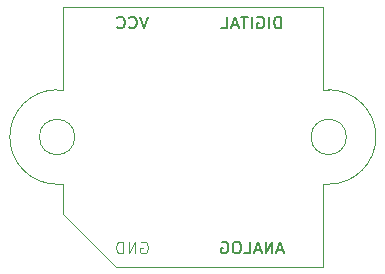
<source format=gbr>
G04 (created by PCBNEW (2013-may-18)-stable) date Вс 25 окт 2015 21:36:28*
%MOIN*%
G04 Gerber Fmt 3.4, Leading zero omitted, Abs format*
%FSLAX34Y34*%
G01*
G70*
G90*
G04 APERTURE LIST*
%ADD10C,0.00393701*%
%ADD11C,0.00590551*%
%ADD12C,0.00492126*%
G04 APERTURE END LIST*
G54D10*
X16137Y-11797D02*
X15940Y-11797D01*
X15940Y-11797D02*
X15940Y-14553D01*
X15940Y-5891D02*
X15940Y-8647D01*
X15940Y-8647D02*
X16137Y-8647D01*
X7081Y-8647D02*
X7278Y-8647D01*
X7278Y-8647D02*
X7278Y-5891D01*
X7081Y-11797D02*
X7278Y-11797D01*
X7278Y-11797D02*
X7278Y-12584D01*
X16137Y-8647D02*
G75*
G02X17711Y-10222I0J-1574D01*
G74*
G01*
X17711Y-10222D02*
G75*
G02X16137Y-11797I-1574J0D01*
G74*
G01*
X5507Y-10222D02*
G75*
G02X7081Y-8647I1574J0D01*
G74*
G01*
X7081Y-11797D02*
G75*
G02X5507Y-10222I0J1574D01*
G74*
G01*
X7672Y-10222D02*
G75*
G03X7672Y-10222I-590J0D01*
G74*
G01*
X16727Y-10222D02*
G75*
G03X16727Y-10222I-590J0D01*
G74*
G01*
X7278Y-12584D02*
X7278Y-12781D01*
X7278Y-12781D02*
X9050Y-14553D01*
X9050Y-14553D02*
X15940Y-14553D01*
X15940Y-5891D02*
X7278Y-5891D01*
G54D11*
X14547Y-6604D02*
X14547Y-6210D01*
X14453Y-6210D01*
X14397Y-6229D01*
X14359Y-6266D01*
X14341Y-6304D01*
X14322Y-6379D01*
X14322Y-6435D01*
X14341Y-6510D01*
X14359Y-6548D01*
X14397Y-6585D01*
X14453Y-6604D01*
X14547Y-6604D01*
X14153Y-6604D02*
X14153Y-6210D01*
X13759Y-6229D02*
X13797Y-6210D01*
X13853Y-6210D01*
X13909Y-6229D01*
X13947Y-6266D01*
X13966Y-6304D01*
X13984Y-6379D01*
X13984Y-6435D01*
X13966Y-6510D01*
X13947Y-6548D01*
X13909Y-6585D01*
X13853Y-6604D01*
X13816Y-6604D01*
X13759Y-6585D01*
X13741Y-6566D01*
X13741Y-6435D01*
X13816Y-6435D01*
X13572Y-6604D02*
X13572Y-6210D01*
X13441Y-6210D02*
X13216Y-6210D01*
X13328Y-6604D02*
X13328Y-6210D01*
X13103Y-6491D02*
X12916Y-6491D01*
X13141Y-6604D02*
X13010Y-6210D01*
X12878Y-6604D01*
X12560Y-6604D02*
X12747Y-6604D01*
X12747Y-6210D01*
X10106Y-6210D02*
X9975Y-6604D01*
X9844Y-6210D01*
X9488Y-6566D02*
X9506Y-6585D01*
X9563Y-6604D01*
X9600Y-6604D01*
X9656Y-6585D01*
X9694Y-6548D01*
X9713Y-6510D01*
X9731Y-6435D01*
X9731Y-6379D01*
X9713Y-6304D01*
X9694Y-6266D01*
X9656Y-6229D01*
X9600Y-6210D01*
X9563Y-6210D01*
X9506Y-6229D01*
X9488Y-6248D01*
X9094Y-6566D02*
X9113Y-6585D01*
X9169Y-6604D01*
X9206Y-6604D01*
X9263Y-6585D01*
X9300Y-6548D01*
X9319Y-6510D01*
X9338Y-6435D01*
X9338Y-6379D01*
X9319Y-6304D01*
X9300Y-6266D01*
X9263Y-6229D01*
X9206Y-6210D01*
X9169Y-6210D01*
X9113Y-6229D01*
X9094Y-6248D01*
X14613Y-13991D02*
X14425Y-13991D01*
X14650Y-14104D02*
X14519Y-13710D01*
X14388Y-14104D01*
X14256Y-14104D02*
X14256Y-13710D01*
X14031Y-14104D01*
X14031Y-13710D01*
X13863Y-13991D02*
X13675Y-13991D01*
X13900Y-14104D02*
X13769Y-13710D01*
X13638Y-14104D01*
X13319Y-14104D02*
X13506Y-14104D01*
X13506Y-13710D01*
X13113Y-13710D02*
X13038Y-13710D01*
X13000Y-13729D01*
X12963Y-13766D01*
X12944Y-13841D01*
X12944Y-13973D01*
X12963Y-14048D01*
X13000Y-14085D01*
X13038Y-14104D01*
X13113Y-14104D01*
X13150Y-14085D01*
X13188Y-14048D01*
X13206Y-13973D01*
X13206Y-13841D01*
X13188Y-13766D01*
X13150Y-13729D01*
X13113Y-13710D01*
X12569Y-13729D02*
X12607Y-13710D01*
X12663Y-13710D01*
X12719Y-13729D01*
X12756Y-13766D01*
X12775Y-13804D01*
X12794Y-13879D01*
X12794Y-13935D01*
X12775Y-14010D01*
X12756Y-14048D01*
X12719Y-14085D01*
X12663Y-14104D01*
X12625Y-14104D01*
X12569Y-14085D01*
X12550Y-14066D01*
X12550Y-13935D01*
X12625Y-13935D01*
G54D12*
X9881Y-13729D02*
X9919Y-13710D01*
X9975Y-13710D01*
X10031Y-13729D01*
X10069Y-13766D01*
X10088Y-13804D01*
X10106Y-13879D01*
X10106Y-13935D01*
X10088Y-14010D01*
X10069Y-14048D01*
X10031Y-14085D01*
X9975Y-14104D01*
X9938Y-14104D01*
X9881Y-14085D01*
X9863Y-14066D01*
X9863Y-13935D01*
X9938Y-13935D01*
X9694Y-14104D02*
X9694Y-13710D01*
X9469Y-14104D01*
X9469Y-13710D01*
X9281Y-14104D02*
X9281Y-13710D01*
X9188Y-13710D01*
X9131Y-13729D01*
X9094Y-13766D01*
X9075Y-13804D01*
X9056Y-13879D01*
X9056Y-13935D01*
X9075Y-14010D01*
X9094Y-14048D01*
X9131Y-14085D01*
X9188Y-14104D01*
X9281Y-14104D01*
M02*

</source>
